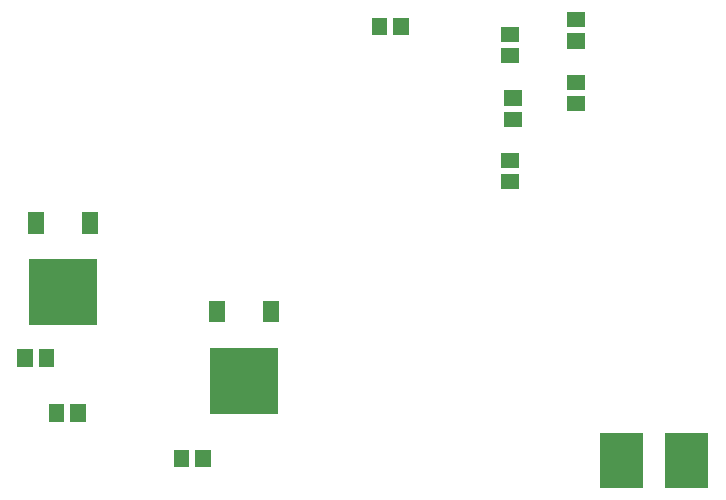
<source format=gbr>
G04 start of page 13 for group -4014 idx -4014 *
G04 Title: RspPiPS, bottompaste *
G04 Creator: pcb 4.2.0 *
G04 CreationDate: Sun Jan 23 00:25:27 2022 UTC *
G04 For: debian *
G04 Format: Gerber/RS-274X *
G04 PCB-Dimensions (mil): 10000.00 10000.00 *
G04 PCB-Coordinate-Origin: lower left *
%MOIN*%
%FSLAX25Y25*%
%LNBOTTOMPASTE*%
%ADD111C,0.0001*%
G54D111*G36*
X225236Y635506D02*X220118D01*
Y629602D01*
X225236D01*
Y635506D01*
G37*
G36*
X232322D02*X227204D01*
Y629602D01*
X232322D01*
Y635506D01*
G37*
G36*
X242882Y616999D02*X237764D01*
Y611095D01*
X242882D01*
Y616999D01*
G37*
G36*
X235796D02*X230678D01*
Y611095D01*
X235796D01*
Y616999D01*
G37*
G36*
X284602Y601952D02*X279484D01*
Y596048D01*
X284602D01*
Y601952D01*
G37*
G36*
X277516D02*X272398D01*
Y596048D01*
X277516D01*
Y601952D01*
G37*
G36*
X229033Y681031D02*X223833D01*
Y673831D01*
X229033D01*
Y681031D01*
G37*
G36*
X247033D02*X241833D01*
Y673831D01*
X247033D01*
Y681031D01*
G37*
G36*
X224183Y665331D02*Y643331D01*
X246683D01*
Y665331D01*
X224183D01*
G37*
G36*
X289269Y651627D02*X284069D01*
Y644427D01*
X289269D01*
Y651627D01*
G37*
G36*
X307269D02*X302069D01*
Y644427D01*
X307269D01*
Y651627D01*
G37*
G36*
X284419Y635927D02*Y613927D01*
X306919D01*
Y635927D01*
X284419D01*
G37*
G36*
X381286Y735886D02*Y730768D01*
X387190D01*
Y735886D01*
X381286D01*
G37*
G36*
Y742972D02*Y737854D01*
X387190D01*
Y742972D01*
X381286D01*
G37*
G36*
X382467Y714626D02*Y709508D01*
X388371D01*
Y714626D01*
X382467D01*
G37*
G36*
Y721712D02*Y716594D01*
X388371D01*
Y721712D01*
X382467D01*
G37*
G36*
X381286Y693760D02*Y688642D01*
X387190D01*
Y693760D01*
X381286D01*
G37*
G36*
Y700846D02*Y695728D01*
X387190D01*
Y700846D01*
X381286D01*
G37*
G36*
X403347Y740748D02*Y735630D01*
X409251D01*
Y740748D01*
X403347D01*
G37*
G36*
Y747834D02*Y742716D01*
X409251D01*
Y747834D01*
X403347D01*
G37*
G36*
Y719882D02*Y714764D01*
X409251D01*
Y719882D01*
X403347D01*
G37*
G36*
Y726968D02*Y721850D01*
X409251D01*
Y726968D01*
X403347D01*
G37*
G36*
X428686Y607616D02*X414186D01*
Y589116D01*
X428686D01*
Y607616D01*
G37*
G36*
X450486D02*X435986D01*
Y589116D01*
X450486D01*
Y607616D01*
G37*
G36*
X343473Y745952D02*X338355D01*
Y740048D01*
X343473D01*
Y745952D01*
G37*
G36*
X350559D02*X345441D01*
Y740048D01*
X350559D01*
Y745952D01*
G37*
M02*

</source>
